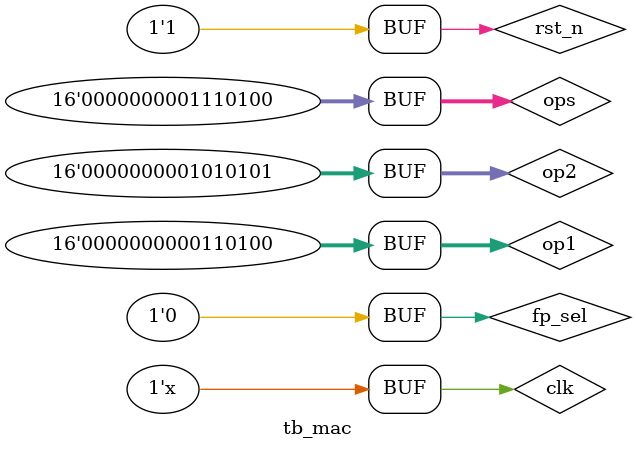
<source format=v>
module tb_mac(

);

reg                 clk;
reg                 rst_n;
reg                 fp_sel;
reg     [15: 0]     op1;
reg     [15: 0]     op2;
reg     [15: 0]     ops;
wire    [ 7: 0]     result_int8;
wire    [15: 0]     result_fp16;




initial begin
    clk     =  1'b0;
    rst_n   =  1'b0;
    fp_sel  =  1'b0;
    op1     = 16'h0;
    op2     = 16'h0;
    ops     = 16'h0;
    # 10
    rst_n   = 1'b1;
    op1 = 16'h20;
    op2 = 16'h20;
    ops = 16'h20;
    #5
    op1 = 16'h22;
    op2 = 16'h24;
    ops = 16'h26;
    #10
    op1 = 16'h34;
    op2 = 16'h55;
    ops = 16'h74;
end

always #5 clk = ~clk;


mac mac(
    .clk(clk), 
    .rst_n(rst_n),
    .fp_sel(fp_sel),
    .op1(op1), 
    .op2(op2), 
    .ops(ops),
    .result_int8(result_int8),
    .result_fp16(result_fp16)
);


endmodule
</source>
